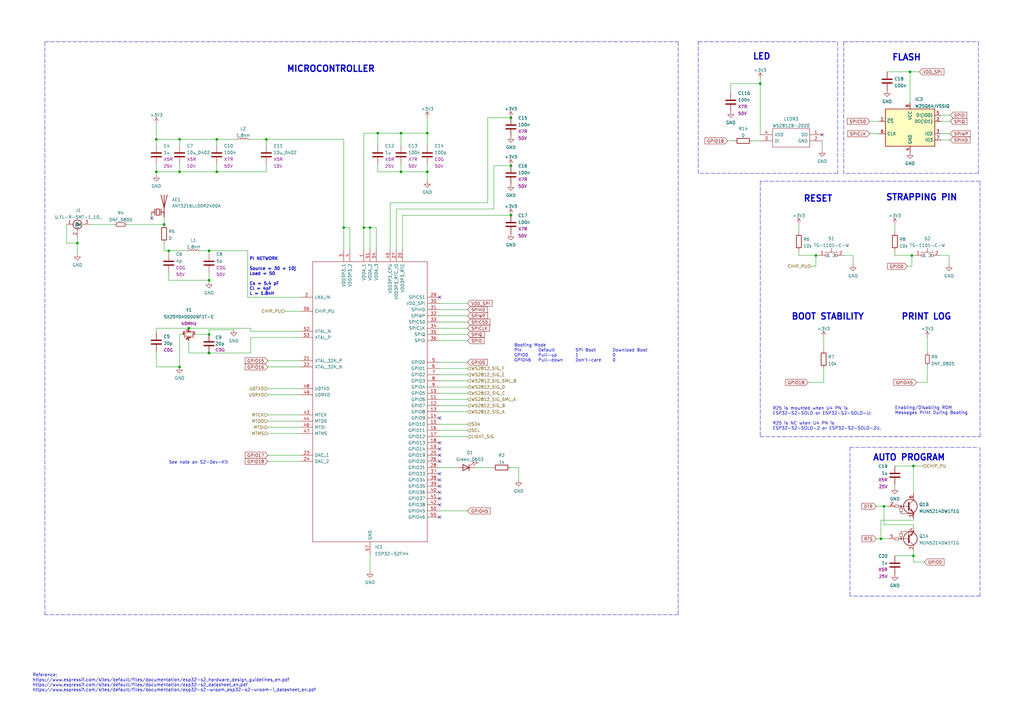
<source format=kicad_sch>
(kicad_sch (version 20211123) (generator eeschema)
  (paper "A3")
  (title_block (title "Masa") (date "2022-12-23") (rev "A"))
  (junction (at 311.785 34.29))
  (junction (at 209.55 67.945))
  (junction (at 209.55 88.265))
  (junction (at 73.66 70.485))
  (junction (at 140.97 93.345))
  (junction (at 149.225 93.345))
  (junction (at 73.66 57.15))
  (junction (at 64.135 70.485))
  (junction (at 85.725 144.78))
  (junction (at 88.9 70.485))
  (junction (at 209.55 48.26))
  (junction (at 175.26 70.485))
  (junction (at 164.465 54.61))
  (junction (at 67.31 92.075))
  (junction (at 374.65 191.135))
  (junction (at 362.585 207.645))
  (junction (at 88.9 57.15))
  (junction (at 31.75 99.695))
  (junction (at 373.253 29.464))
  (junction (at 374.015 104.775))
  (junction (at 77.47 134.62))
  (junction (at 151.765 93.345))
  (junction (at 69.215 102.87))
  (junction (at 175.26 54.61))
  (junction (at 109.22 57.15))
  (junction (at 73.66 150.495))
  (junction (at 164.465 70.485))
  (junction (at 85.725 137.16))
  (junction (at 361.315 220.98))
  (junction (at 64.135 57.15))
  (junction (at 374.65 227.965))
  (junction (at 154.94 54.61))
  (junction (at 85.725 102.87))
  (junction (at 334.645 104.775))
  (junction (at 85.725 114.935))
  (no_connect (at 180.34 121.92))
  (no_connect (at 180.34 194.31))
  (no_connect (at 180.34 196.85))
  (no_connect (at 180.34 199.39))
  (no_connect (at 180.34 201.93))
  (no_connect (at 180.34 204.47))
  (no_connect (at 180.34 207.01))
  (no_connect (at 180.34 212.09))
  (no_connect (at 62.23 89.535))
  (no_connect (at 337.185 55.245))
  (no_connect (at 180.34 171.45))
  (no_connect (at 180.34 181.61))
  (no_connect (at 180.34 184.15))
  (no_connect (at 180.34 186.69))
  (no_connect (at 180.34 189.23))
  (wire (pts (xy 64.135 70.485) (xy 64.135 71.755)))
  (wire (pts (xy 372.11 109.22) (xy 374.015 109.22)))
  (wire (pts (xy 373.253 29.464) (xy 377.063 29.464)))
  (wire (pts (xy 327.66 102.87) (xy 327.66 104.775)))
  (wire (pts (xy 140.97 93.345) (xy 140.97 102.235)))
  (wire (pts (xy 180.34 173.99) (xy 191.77 173.99)))
  (wire (pts (xy 143.51 93.345) (xy 140.97 93.345)))
  (wire (pts (xy 327.66 104.775) (xy 334.645 104.775)))
  (polyline (pts (xy 18.415 252.095) (xy 18.415 17.145)))
  (wire (pts (xy 356.743 49.784) (xy 360.553 49.784)))
  (wire (pts (xy 180.34 179.07) (xy 191.77 179.07)))
  (wire (pts (xy 367.03 102.87) (xy 367.03 104.775)))
  (wire (pts (xy 311.785 32.385) (xy 311.785 34.29)))
  (wire (pts (xy 151.765 227.33) (xy 151.765 234.315)))
  (wire (pts (xy 109.22 67.31) (xy 109.22 70.485)))
  (wire (pts (xy 362.585 215.265) (xy 362.585 207.645)))
  (wire (pts (xy 337.185 57.785) (xy 337.185 61.595)))
  (wire (pts (xy 389.255 104.775) (xy 389.255 108.585)))
  (wire (pts (xy 85.725 114.935) (xy 85.725 115.57)))
  (wire (pts (xy 200.025 48.26) (xy 209.55 48.26)))
  (wire (pts (xy 85.725 102.87) (xy 85.725 104.14)))
  (wire (pts (xy 327.66 92.075) (xy 327.66 95.25)))
  (wire (pts (xy 36.83 92.075) (xy 46.99 92.075)))
  (wire (pts (xy 175.26 70.485) (xy 175.26 74.295)))
  (wire (pts (xy 149.225 54.61) (xy 149.225 93.345)))
  (wire (pts (xy 180.34 132.08) (xy 191.77 132.08)))
  (wire (pts (xy 180.34 129.54) (xy 191.77 129.54)))
  (wire (pts (xy 337.82 138.43) (xy 337.82 143.51)))
  (wire (pts (xy 311.785 34.29) (xy 311.785 55.245)))
  (wire (pts (xy 151.765 93.345) (xy 151.765 102.235)))
  (wire (pts (xy 109.855 150.495) (xy 123.19 150.495)))
  (wire (pts (xy 180.34 153.67) (xy 191.77 153.67)))
  (wire (pts (xy 202.565 67.945) (xy 202.565 85.725)))
  (wire (pts (xy 52.07 92.075) (xy 67.31 92.075)))
  (wire (pts (xy 299.72 34.29) (xy 299.72 38.1)))
  (wire (pts (xy 151.765 93.345) (xy 149.225 93.345)))
  (polyline (pts (xy 401.955 244.475) (xy 348.615 244.475)))
  (wire (pts (xy 69.215 114.935) (xy 85.725 114.935)))
  (wire (pts (xy 385.953 47.244) (xy 389.763 47.244)))
  (wire (pts (xy 69.215 102.87) (xy 76.835 102.87)))
  (wire (pts (xy 162.56 85.725) (xy 202.565 85.725)))
  (wire (pts (xy 180.34 148.59) (xy 191.77 148.59)))
  (wire (pts (xy 85.725 111.76) (xy 85.725 114.935)))
  (wire (pts (xy 374.65 230.505) (xy 379.095 230.505)))
  (wire (pts (xy 334.645 104.775) (xy 335.915 104.775)))
  (wire (pts (xy 64.135 144.145) (xy 64.135 150.495)))
  (wire (pts (xy 101.6 121.92) (xy 123.19 121.92)))
  (wire (pts (xy 334.645 109.22) (xy 334.645 104.775)))
  (polyline (pts (xy 346.075 17.145) (xy 346.075 71.12)))
  (wire (pts (xy 180.34 156.21) (xy 191.77 156.21)))
  (polyline (pts (xy 346.075 17.145) (xy 401.32 17.145)))
  (wire (pts (xy 69.215 102.87) (xy 69.215 104.14)))
  (wire (pts (xy 116.84 127.635) (xy 123.19 127.635)))
  (wire (pts (xy 378.46 191.135) (xy 374.65 191.135)))
  (wire (pts (xy 73.66 70.485) (xy 64.135 70.485)))
  (wire (pts (xy 361.315 213.36) (xy 361.315 220.98)))
  (wire (pts (xy 85.725 135.255) (xy 85.725 137.16)))
  (wire (pts (xy 362.585 207.645) (xy 364.49 207.645)))
  (wire (pts (xy 374.65 213.36) (xy 361.315 213.36)))
  (polyline (pts (xy 401.955 179.07) (xy 401.955 74.295)))
  (wire (pts (xy 380.365 149.86) (xy 380.365 156.845)))
  (wire (pts (xy 180.34 168.91) (xy 191.77 168.91)))
  (wire (pts (xy 175.26 67.31) (xy 175.26 70.485)))
  (wire (pts (xy 180.34 139.7) (xy 191.77 139.7)))
  (wire (pts (xy 385.445 104.775) (xy 389.255 104.775)))
  (polyline (pts (xy 348.615 244.475) (xy 348.615 183.515)))
  (wire (pts (xy 73.66 137.16) (xy 73.66 150.495)))
  (wire (pts (xy 149.225 54.61) (xy 154.94 54.61)))
  (wire (pts (xy 164.465 70.485) (xy 154.94 70.485)))
  (polyline (pts (xy 278.13 17.145) (xy 278.13 252.095)))
  (wire (pts (xy 180.34 176.53) (xy 191.77 176.53)))
  (wire (pts (xy 109.22 57.15) (xy 109.22 59.69)))
  (wire (pts (xy 360.553 54.864) (xy 356.743 54.864)))
  (wire (pts (xy 109.855 175.26) (xy 123.19 175.26)))
  (wire (pts (xy 85.725 137.16) (xy 80.01 137.16)))
  (wire (pts (xy 102.87 135.89) (xy 102.87 134.62)))
  (wire (pts (xy 374.65 202.565) (xy 374.65 191.135)))
  (wire (pts (xy 164.465 54.61) (xy 175.26 54.61)))
  (wire (pts (xy 109.855 177.8) (xy 123.19 177.8)))
  (wire (pts (xy 143.51 102.235) (xy 143.51 93.345)))
  (wire (pts (xy 67.31 102.87) (xy 69.215 102.87)))
  (wire (pts (xy 27.305 99.695) (xy 31.75 99.695)))
  (polyline (pts (xy 311.785 74.295) (xy 311.785 179.07)))
  (wire (pts (xy 160.02 102.235) (xy 160.02 83.185)))
  (wire (pts (xy 109.855 189.23) (xy 123.19 189.23)))
  (wire (pts (xy 73.66 70.485) (xy 88.9 70.485)))
  (wire (pts (xy 64.135 67.31) (xy 64.135 70.485)))
  (wire (pts (xy 154.305 93.345) (xy 151.765 93.345)))
  (wire (pts (xy 88.9 70.485) (xy 109.22 70.485)))
  (wire (pts (xy 64.135 50.8) (xy 64.135 57.15)))
  (wire (pts (xy 88.9 57.15) (xy 88.9 59.69)))
  (wire (pts (xy 346.075 104.775) (xy 349.885 104.775)))
  (wire (pts (xy 81.915 102.87) (xy 85.725 102.87)))
  (wire (pts (xy 85.725 102.87) (xy 101.6 102.87)))
  (wire (pts (xy 31.75 97.155) (xy 31.75 99.695)))
  (wire (pts (xy 101.6 102.87) (xy 101.6 121.92)))
  (wire (pts (xy 88.9 57.15) (xy 97.155 57.15)))
  (wire (pts (xy 165.1 88.265) (xy 165.1 102.235)))
  (wire (pts (xy 154.94 54.61) (xy 164.465 54.61)))
  (polyline (pts (xy 401.32 71.12) (xy 346.075 71.12)))
  (wire (pts (xy 374.65 226.06) (xy 374.65 227.965)))
  (wire (pts (xy 109.855 159.385) (xy 123.19 159.385)))
  (wire (pts (xy 154.94 59.69) (xy 154.94 54.61)))
  (wire (pts (xy 77.47 134.62) (xy 64.135 134.62)))
  (wire (pts (xy 164.465 59.69) (xy 164.465 54.61)))
  (polyline (pts (xy 401.955 183.515) (xy 401.955 244.475)))
  (wire (pts (xy 77.47 139.7) (xy 77.47 144.78)))
  (wire (pts (xy 180.34 163.83) (xy 191.77 163.83)))
  (wire (pts (xy 299.72 34.29) (xy 311.785 34.29)))
  (wire (pts (xy 367.03 104.775) (xy 374.015 104.775)))
  (wire (pts (xy 140.97 93.345) (xy 140.97 57.15)))
  (wire (pts (xy 367.03 92.075) (xy 367.03 95.25)))
  (wire (pts (xy 77.47 144.78) (xy 85.725 144.78)))
  (wire (pts (xy 64.135 57.15) (xy 64.135 59.69)))
  (wire (pts (xy 162.56 102.235) (xy 162.56 85.725)))
  (wire (pts (xy 31.75 99.695) (xy 31.75 104.14)))
  (polyline (pts (xy 311.785 179.07) (xy 401.955 179.07)))
  (wire (pts (xy 164.465 67.31) (xy 164.465 70.485)))
  (wire (pts (xy 374.015 104.775) (xy 375.285 104.775)))
  (wire (pts (xy 180.34 166.37) (xy 191.77 166.37)))
  (wire (pts (xy 362.585 207.645) (xy 359.41 207.645)))
  (wire (pts (xy 73.66 57.15) (xy 88.9 57.15)))
  (wire (pts (xy 180.34 124.46) (xy 191.77 124.46)))
  (wire (pts (xy 123.19 135.89) (xy 102.87 135.89)))
  (wire (pts (xy 175.26 48.26) (xy 175.26 54.61)))
  (wire (pts (xy 374.65 212.725) (xy 374.65 213.36)))
  (wire (pts (xy 109.855 186.69) (xy 123.19 186.69)))
  (wire (pts (xy 180.34 158.75) (xy 191.77 158.75)))
  (wire (pts (xy 67.31 89.535) (xy 67.31 92.075)))
  (wire (pts (xy 85.725 144.78) (xy 102.87 144.78)))
  (wire (pts (xy 64.135 134.62) (xy 64.135 136.525)))
  (wire (pts (xy 361.315 220.98) (xy 359.41 220.98)))
  (wire (pts (xy 209.55 191.77) (xy 212.725 191.77)))
  (wire (pts (xy 180.34 191.77) (xy 187.325 191.77)))
  (wire (pts (xy 374.015 109.22) (xy 374.015 104.775)))
  (wire (pts (xy 140.97 57.15) (xy 109.22 57.15)))
  (wire (pts (xy 160.02 83.185) (xy 200.025 83.185)))
  (wire (pts (xy 374.65 215.265) (xy 362.585 215.265)))
  (wire (pts (xy 109.855 147.955) (xy 123.19 147.955)))
  (wire (pts (xy 308.61 57.785) (xy 311.785 57.785)))
  (wire (pts (xy 380.365 138.43) (xy 380.365 144.78)))
  (wire (pts (xy 385.953 57.404) (xy 389.763 57.404)))
  (wire (pts (xy 374.65 227.965) (xy 374.65 230.505)))
  (wire (pts (xy 180.34 151.13) (xy 191.77 151.13)))
  (wire (pts (xy 102.87 138.43) (xy 123.19 138.43)))
  (wire (pts (xy 88.9 67.31) (xy 88.9 70.485)))
  (polyline (pts (xy 18.415 17.145) (xy 278.13 17.145)))
  (wire (pts (xy 361.315 220.98) (xy 364.49 220.98)))
  (wire (pts (xy 180.34 137.16) (xy 191.77 137.16)))
  (polyline (pts (xy 348.615 183.515) (xy 401.32 183.515)))
  (wire (pts (xy 298.45 57.785) (xy 300.99 57.785)))
  (wire (pts (xy 349.885 104.775) (xy 349.885 108.585)))
  (wire (pts (xy 332.74 109.22) (xy 334.645 109.22)))
  (wire (pts (xy 180.34 127) (xy 191.77 127)))
  (polyline (pts (xy 343.535 17.145) (xy 343.535 71.12)))
  (wire (pts (xy 175.26 59.69) (xy 175.26 54.61)))
  (wire (pts (xy 363.855 29.464) (xy 373.253 29.464)))
  (wire (pts (xy 85.725 135.255) (xy 95.885 135.255)))
  (polyline (pts (xy 401.32 17.145) (xy 401.32 71.12)))
  (wire (pts (xy 367.03 227.965) (xy 374.65 227.965)))
  (wire (pts (xy 337.82 156.845) (xy 331.47 156.845)))
  (wire (pts (xy 27.305 92.075) (xy 27.305 99.695)))
  (wire (pts (xy 109.22 57.15) (xy 102.235 57.15)))
  (wire (pts (xy 180.34 134.62) (xy 191.77 134.62)))
  (wire (pts (xy 154.94 70.485) (xy 154.94 67.31)))
  (polyline (pts (xy 343.535 71.12) (xy 286.385 71.12)))
  (wire (pts (xy 109.855 161.925) (xy 123.19 161.925)))
  (wire (pts (xy 389.763 49.784) (xy 385.953 49.784)))
  (wire (pts (xy 367.03 198.755) (xy 367.03 200.025)))
  (wire (pts (xy 337.82 151.13) (xy 337.82 156.845)))
  (wire (pts (xy 175.26 70.485) (xy 164.465 70.485)))
  (polyline (pts (xy 401.955 74.295) (xy 311.785 74.295)))
  (wire (pts (xy 202.565 67.945) (xy 209.55 67.945)))
  (polyline (pts (xy 286.385 71.12) (xy 286.385 17.145)))
  (wire (pts (xy 102.87 144.78) (xy 102.87 138.43)))
  (wire (pts (xy 373.253 42.164) (xy 373.253 29.464)))
  (wire (pts (xy 374.65 191.135) (xy 367.03 191.135)))
  (wire (pts (xy 73.66 67.31) (xy 73.66 70.485)))
  (wire (pts (xy 149.225 93.345) (xy 149.225 102.235)))
  (wire (pts (xy 212.725 191.77) (xy 212.725 196.85)))
  (wire (pts (xy 180.34 161.29) (xy 191.77 161.29)))
  (wire (pts (xy 209.55 88.265) (xy 165.1 88.265)))
  (wire (pts (xy 73.66 59.69) (xy 73.66 57.15)))
  (wire (pts (xy 389.763 54.864) (xy 385.953 54.864)))
  (wire (pts (xy 380.365 156.845) (xy 375.92 156.845)))
  (wire (pts (xy 102.87 134.62) (xy 77.47 134.62)))
  (wire (pts (xy 194.945 191.77) (xy 201.93 191.77)))
  (wire (pts (xy 64.135 150.495) (xy 73.66 150.495)))
  (wire (pts (xy 64.135 57.15) (xy 73.66 57.15)))
  (polyline (pts (xy 278.13 252.095) (xy 18.415 252.095)))
  (wire (pts (xy 154.305 102.235) (xy 154.305 93.345)))
  (wire (pts (xy 69.215 111.76) (xy 69.215 114.935)))
  (wire (pts (xy 180.34 209.55) (xy 191.77 209.55)))
  (wire (pts (xy 73.66 137.16) (xy 74.93 137.16)))
  (wire (pts (xy 109.855 172.72) (xy 123.19 172.72)))
  (polyline (pts (xy 286.385 17.145) (xy 343.535 17.145)))
  (wire (pts (xy 67.31 99.695) (xy 67.31 102.87)))
  (wire (pts (xy 109.855 170.18) (xy 123.19 170.18)))
  (wire (pts (xy 374.65 215.9) (xy 374.65 215.265)))
  (wire (pts (xy 200.025 83.185) (xy 200.025 48.26)))
  (text "RESET" (at 329.438 83.058 0) (effects (font (size 2.54 2.54) (thickness 0.508) bold) (justify left bottom)))
  (text "BOOT STABILITY" (at 324.485 131.445 0) (effects (font (size 2.54 2.54) (thickness 0.508) bold) (justify left bottom)))
  (text "LED" (at 308.61 24.765 0) (effects (font (size 2.54 2.54) (thickness 0.508) bold) (justify left bottom)))
  (text "Reference;\nhttps://www.espressif.com/sites/default/files/documentation/esp32-s2_hardware_design_guidelines_en.pdf\nhttps://www.espressif.com/sites/default/files/documentation/esp32-s2_datasheet_en.pdf\nhttps://www.espressif.com/sites/default/files/documentation/esp32-s2-wroom_esp32-s2-wroom-i_datasheet_en.pdf" (at 13.335 283.845 0) (effects (font (size 1.27 1.27)) (justify left bottom)))
  (text "PRINT LOG" (at 369.57 131.445 0) (effects (font (size 2.54 2.54) (thickness 0.508) bold) (justify left bottom)))
  (text "MICROCONTROLLER" (at 117.475 29.845 0) (effects (font (size 2.54 2.54) (thickness 0.508) bold) (justify left bottom)))
  (text "PI NETWORK\n\nSource = 30 + 10j\nLoad = 50\n\nCs = 5.4 pF\nCl = 4pF\nL = 1.8nH" (at 102.235 121.285 0) (effects (font (size 1.27 1.27) (thickness 0.254) bold) (justify left bottom)))
  (text "Enabling/Disabling ROM \nMessages Print During Booting" (at 367.03 170.18 0) (effects (font (size 1.27 1.27)) (justify left bottom)))
  (text "STRAPPING PIN" (at 363.22 82.55 0) (effects (font (size 2.54 2.54) (thickness 0.508) bold) (justify left bottom)))
  (text "FLASH" (at 365.76 25.146 0) (effects (font (size 2.54 2.54) (thickness 0.508) bold) (justify left bottom)))
  (text "See note on S2-Dev-Kit" (at 69.215 190.5 0) (effects (font (size 1.27 1.27)) (justify left bottom)))
  (text "AUTO PROGRAM" (at 357.886 189.23 0) (effects (font (size 2.54 2.54) (thickness 0.508) bold) (justify left bottom)))
  (text "Booting Mode\nPin 	Default 	SPI Boot 	Download Boot\nGPIO0 	Pull-up 	1 			0\nGPIO46 	Pull-down 	Don't-care 	0" (at 210.82 148.59 0) (effects (font (size 1.27 1.27)) (justify left bottom)))
  (text "R25 is mounted when U4 PN is \nESP32-S2-SOLO or ESP32-S2-SOLO-U;\n\nR25 is NC when U4 PN is \nESP32-S2-SOLO-2 or ESP32-S2-SOLO-2U." (at 316.865 176.53 0) (effects (font (size 1.27 1.27)) (justify left bottom)))
  (global_label "SPID" (shape input) (at 191.77 139.7 0) (property "Intersheet References" "${INTERSHEET_REFS}" (effects hide)))
  (global_label "GPIO0" (shape input) (at 372.11 109.22 180) (property "Intersheet References" "${INTERSHEET_REFS}" (effects hide)))
  (global_label "VDD_SPI" (shape input) (at 377.063 29.464 0) (property "Intersheet References" "${INTERSHEET_REFS}" (effects hide)))
  (global_label "SPIHD" (shape input) (at 191.77 127 0) (property "Intersheet References" "${INTERSHEET_REFS}" (effects hide)))
  (global_label "GPIO17" (shape input) (at 109.855 186.69 180) (property "Intersheet References" "${INTERSHEET_REFS}" (effects hide)))
  (global_label "SPID" (shape input) (at 389.763 47.244 0) (property "Intersheet References" "${INTERSHEET_REFS}" (effects hide)))
  (global_label "SPIWP" (shape input) (at 389.763 54.864 0) (property "Intersheet References" "${INTERSHEET_REFS}" (effects hide)))
  (global_label "GPIO15" (shape input) (at 109.855 147.955 180) (property "Intersheet References" "${INTERSHEET_REFS}" (effects hide)))
  (global_label "RTS" (shape input) (at 359.41 220.98 180) (property "Intersheet References" "${INTERSHEET_REFS}" (effects hide)))
  (global_label "GPIO18" (shape input) (at 109.855 189.23 180) (property "Intersheet References" "${INTERSHEET_REFS}" (effects hide)))
  (global_label "SPIWP" (shape input) (at 191.77 129.54 0) (property "Intersheet References" "${INTERSHEET_REFS}" (effects hide)))
  (global_label "GPIO18" (shape input) (at 331.47 156.845 180) (property "Intersheet References" "${INTERSHEET_REFS}" (effects hide)))
  (global_label "GPIO45" (shape input) (at 375.92 156.845 180) (property "Intersheet References" "${INTERSHEET_REFS}" (effects hide)))
  (global_label "GPIO18" (shape input) (at 298.45 57.785 180) (property "Intersheet References" "${INTERSHEET_REFS}" (effects hide)))
  (global_label "GPIO45" (shape input) (at 191.77 209.55 0) (property "Intersheet References" "${INTERSHEET_REFS}" (effects hide)))
  (global_label "SPIQ" (shape input) (at 389.763 49.784 0) (property "Intersheet References" "${INTERSHEET_REFS}" (effects hide)))
  (global_label "GPIO0" (shape input) (at 191.77 148.59 0) (property "Intersheet References" "${INTERSHEET_REFS}" (effects hide)))
  (global_label "SPICLK" (shape input) (at 356.743 54.864 180) (property "Intersheet References" "${INTERSHEET_REFS}" (effects hide)))
  (global_label "GPIO16" (shape input) (at 109.855 150.495 180) (property "Intersheet References" "${INTERSHEET_REFS}" (effects hide)))
  (global_label "SPICLK" (shape input) (at 191.77 134.62 0) (property "Intersheet References" "${INTERSHEET_REFS}" (effects hide)))
  (global_label "SPICS0" (shape input) (at 356.743 49.784 180) (property "Intersheet References" "${INTERSHEET_REFS}" (effects hide)))
  (global_label "SPIHD" (shape input) (at 389.763 57.404 0) (property "Intersheet References" "${INTERSHEET_REFS}" (effects hide)))
  (global_label "SPIQ" (shape input) (at 191.77 137.16 0) (property "Intersheet References" "${INTERSHEET_REFS}" (effects hide)))
  (global_label "SPICS0" (shape input) (at 191.77 132.08 0) (property "Intersheet References" "${INTERSHEET_REFS}" (effects hide)))
  (global_label "GPIO0" (shape input) (at 379.095 230.505 0) (property "Intersheet References" "${INTERSHEET_REFS}" (effects hide)))
  (global_label "DTR" (shape input) (at 359.41 207.645 180) (property "Intersheet References" "${INTERSHEET_REFS}" (effects hide)))
  (global_label "VDD_SPI" (shape input) (at 191.77 124.46 0) (property "Intersheet References" "${INTERSHEET_REFS}" (effects hide)))
  (hierarchical_label "CHIP_PU" (shape input) (at 378.46 191.135 0))
  (hierarchical_label "MTMS" (shape input) (at 109.855 177.8 180))
  (hierarchical_label "U0TXD" (shape input) (at 109.855 159.385 180))
  (hierarchical_label "WS2812_SIG_SML_A" (shape input) (at 191.77 163.83 0))
  (hierarchical_label "CHIP_PU" (shape input) (at 116.84 127.635 180))
  (hierarchical_label "MTCK" (shape input) (at 109.855 170.18 180))
  (hierarchical_label "WS2812_SIG_A" (shape input) (at 191.77 168.91 0))
  (hierarchical_label "WS2812_SIG_D" (shape input) (at 191.77 158.75 0))
  (hierarchical_label "MTDI" (shape input) (at 109.855 175.26 180))
  (hierarchical_label "U0RXD" (shape input) (at 109.855 161.925 180))
  (hierarchical_label "SCL" (shape input) (at 191.77 176.53 0))
  (hierarchical_label "LIGHT_SIG" (shape input) (at 191.77 179.07 0))
  (hierarchical_label "MTDO" (shape input) (at 109.855 172.72 180))
  (hierarchical_label "WS2812_SIG_SML_B" (shape input) (at 191.77 156.21 0))
  (hierarchical_label "WS2812_SIG_B" (shape input) (at 191.77 166.37 0))
  (hierarchical_label "CHIP_PU" (shape input) (at 332.74 109.22 180))
  (hierarchical_label "SDA" (shape input) (at 191.77 173.99 0))
  (hierarchical_label "WS2812_SIG_E" (shape input) (at 191.77 153.67 0))
  (hierarchical_label "WS2812_SIG_C" (shape input) (at 191.77 161.29 0))
  (hierarchical_label "WS2812_SIG_F" (shape input) (at 191.77 151.13 0))
  (symbol (lib_id "power:GND") (at 367.03 235.585 0) (unit 1)
    (property "Reference" "#PWR0113" (effects hide))
    (property "Value" "GND" (at 367.03 240.1475 0))
  )
  (symbol (lib_id "power:+3V3") (at 175.26 48.26 0) (unit 1)
    (property "Reference" "#PWR0118" (effects hide))
    (property "Value" "+3V3" (at 175.26 44.6555 0))
  )
  (symbol (lib_id "power:GND") (at 299.72 45.72 0) (unit 1)
    (property "Reference" "#PWR0413" (effects hide))
    (property "Value" "GND" (at 299.72 50.2825 0))
  )
  (symbol (lib_id "Transistor_JLC:MUN5214DW1T1G") (at 373.38 220.98 0) (mirror x) (unit 1)
    (property "Reference" "Q1" (at 376.9614 219.8937 0) (effects (justify left)))
    (property "Value" "MUN5214DW1T1G" (at 376.9614 222.6688 0) (effects (justify left)))
    (property "Footprint" "Package_TO_SOT_SMD:SOT-363_SC-70-6" (effects hide))
    (property "Datasheet" "http://www.onsemi.com/pub/Collateral/DTC114ED-D.PDF" (effects hide))
    (property "LCSC" "C94403" (effects hide))
  )
  (symbol (lib_name "100n_1") (lib_id "Capacitor_JLC:100n") (at 88.9 63.5 0) (unit 1)
    (property "Reference" "C10" (at 91.821 59.8164 0) (effects (justify left)))
    (property "Value" "100n" (at 91.821 62.5915 0) (effects (justify left)))
    (property "Footprint" "Capacitor_SMD:C_0402_1005Metric" (effects hide))
    (property "Type" "X7R" (at 91.821 65.3666 0) (effects (justify left)))
    (property "LCSC" "C307331" (effects hide))
    (property "Voltage" "50V" (at 91.821 68.1417 0) (effects (justify left)))
  )
  (symbol (lib_id "Capacitor_JLC:1u") (at 367.03 231.775 0) (mirror y) (unit 1)
    (property "Reference" "C20" (at 364.109 228.0914 0) (effects (justify left)))
    (property "Value" "1u" (at 364.109 230.8665 0) (effects (justify left)))
    (property "Footprint" "Capacitor_SMD:C_0402_1005Metric" (effects hide))
    (property "Type" "X5R" (at 364.109 233.6416 0) (effects (justify left)))
    (property "LCSC" "C52923" (effects hide))
    (property "Voltage" "25V" (at 364.109 236.4167 0) (effects (justify left)))
  )
  (symbol (lib_id "power:GND") (at 175.26 74.295 0) (unit 1)
    (property "Reference" "#PWR0127" (effects hide))
    (property "Value" "GND" (at 175.26 78.8575 0))
  )
  (symbol (lib_id "RF_JLC:ANT3216LL00R2400A") (at 64.77 86.995 0) (unit 1)
    (property "Reference" "AE1" (at 70.485 81.915 0) (effects (justify left)))
    (property "Value" "ANT3216LL00R2400A" (at 70.485 84.455 0) (effects (justify left)))
    (property "Footprint" "Resistor_SMD:R_1206_3216Metric_Pad1.30x1.75mm_HandSolder" (effects hide))
    (property "Datasheet" "https://datasheet.lcsc.com/lcsc/1810241140_YAGEO-ANT3216LL00R2400A_C293767.pdf" (effects hide))
    (property "Part No" "ANT3216LL00R2400A" (effects hide))
    (property "LCSC" "C293767" (effects hide))
  )
  (symbol (lib_id "power:+3V3") (at 209.55 67.945 0) (unit 1)
    (property "Reference" "#PWR0117" (effects hide))
    (property "Value" "+3V3" (at 209.55 64.3405 0))
  )
  (symbol (lib_id "Inductor_JLC:1.8nH") (at 99.695 57.15 90) (unit 1)
    (property "Reference" "L2" (at 99.695 52.8025 90))
    (property "Value" "1.8nH" (at 99.695 55.5776 90))
    (property "Footprint" "Inductor_SMD:L_0402_1005Metric" (effects hide))
  )
  (symbol (lib_id "Resistor_JLC:0") (at 304.8 57.785 90) (unit 1)
    (property "Reference" "R14" (at 304.8 52.8025 90))
    (property "Value" "0" (at 304.8 55.5776 90))
    (property "Footprint" "Resistor_SMD:R_0805_2012Metric_Pad1.20x1.40mm_HandSolder" (effects hide))
    (property "LCSC" "C17477" (effects hide))
  )
  (symbol (lib_name "100n_2") (lib_id "Capacitor_JLC:100n") (at 164.465 63.5 0) (unit 1)
    (property "Reference" "C13" (at 167.386 59.8164 0) (effects (justify left)))
    (property "Value" "100n" (at 167.386 62.5915 0) (effects (justify left)))
    (property "Footprint" "Capacitor_SMD:C_0402_1005Metric" (effects hide))
    (property "Type" "X7R" (at 167.386 65.3666 0) (effects (justify left)))
    (property "LCSC" "C307331" (effects hide))
    (property "Voltage" "50V" (at 167.386 68.1417 0) (effects (justify left)))
  )
  (symbol (lib_id "power:GND") (at 373.253 62.484 0) (unit 1)
    (property "Reference" "#PWR0106" (effects hide))
    (property "Value" "GND" (at 373.253 67.0465 0))
  )
  (symbol (lib_id "power:GND") (at 209.55 75.565 0) (unit 1)
    (property "Reference" "#PWR0126" (effects hide))
    (property "Value" "GND" (at 209.55 80.1275 0))
  )
  (symbol (lib_id "power:+3V3") (at 327.66 92.075 0) (unit 1)
    (property "Reference" "#PWR0112" (effects hide))
    (property "Value" "+3V3" (at 327.66 88.4705 0))
  )
  (symbol (lib_id "power:GND") (at 64.135 71.755 0) (unit 1)
    (property "Reference" "#PWR0122" (effects hide))
    (property "Value" "GND" (at 64.135 76.3175 0))
  )
  (symbol (lib_id "Connector_JLC:U.FL-R-SMT-1_10_") (at 36.83 92.075 0) (mirror y) (unit 1)
    (property "Reference" "J1" (at 32.0674 86.2819 0))
    (property "Value" "U.FL-R-SMT-1_10_" (at 32.0674 89.057 0))
    (property "Footprint" "SamacSys_Parts:U.FL-R-SMT-1_10_" (effects hide))
    (property "Datasheet" "https://www.hirose.com/product/document?clcode=CL0331-0472-2-10&productname=U.FL-R-SMT-1(10)&series=U.FL&documenttype=2DDrawing&lang=en&documentid=0000940684" (effects hide))
    (property "Description" "UFL SMT PCB receptable,DC-6GHz Hirose Straight 50 Surface Mount UFL Connector, Receptacle, Solder Termination Coaxial" (effects hide))
    (property "Manufacturer_Name" "Hirose" (effects hide))
    (property "Manufacturer_Part_Number" "U.FL-R-SMT-1(10)" (effects hide))
    (property "Mouser Part Number" "798-U.FL-R-SMT-110" (effects hide))
    (property "Mouser Price/Stock" "https://www.mouser.co.uk/ProductDetail/Hirose-Connector/U.FL-R-SMT-110?qs=kL1ClTr6oBoOdtqlGQpQrQ%3D%3D" (effects hide))
    (property "Arrow Part Number" "U.FL-R-SMT-1(10)" (effects hide))
    (property "Arrow Price/Stock" "https://www.arrow.com/en/products/u.fl-r-smt-1-10/hirose-electric" (effects hide))
    (property "LCSC" "C88373" (effects hide))
  )
  (symbol (lib_id "Capacitor_JLC:4p") (at 69.215 107.95 0) (unit 1)
    (property "Reference" "C6" (at 72.136 104.2664 0) (effects (justify left)))
    (property "Value" "4p" (at 72.136 107.0415 0) (effects (justify left)))
    (property "Footprint" "Capacitor_SMD:C_0402_1005Metric" (effects hide))
    (property "Type" "C0G" (at 72.136 109.8166 0) (effects (justify left)))
    (property "LCSC" "C311704" (effects hide))
    (property "Voltage" "50V" (at 72.136 112.5917 0) (effects (justify left)))
    (property "MPN" "UMK105CG040BV" (effects hide))
  )
  (symbol (lib_id "Capacitor_JLC:1u") (at 64.135 63.5 0) (unit 1)
    (property "Reference" "C4" (at 67.056 59.8164 0) (effects (justify left)))
    (property "Value" "1u" (at 67.056 62.5915 0) (effects (justify left)))
    (property "Footprint" "Capacitor_SMD:C_0402_1005Metric" (effects hide))
    (property "Type" "X5R" (at 67.056 65.3666 0) (effects (justify left)))
    (property "LCSC" "C52923" (effects hide))
    (property "Voltage" "25V" (at 67.056 68.1417 0) (effects (justify left)))
  )
  (symbol (lib_id "Capacitor_JLC:100n") (at 363.855 33.274 0) (unit 1)
    (property "Reference" "C18" (at 366.776 32.3655 0) (effects (justify left)))
    (property "Value" "100n" (at 366.776 35.1406 0) (effects (justify left)))
    (property "Footprint" "Capacitor_SMD:C_0402_1005Metric" (effects hide))
    (property "Type" "X7R" (effects hide))
    (property "LCSC" "C307331" (effects hide))
  )
  (symbol (lib_id "power:GND") (at 209.55 95.885 0) (unit 1)
    (property "Reference" "#PWR0125" (effects hide))
    (property "Value" "GND" (at 209.55 100.4475 0))
  )
  (symbol (lib_id "Resistor_JLC:0") (at 67.31 95.885 180) (unit 1)
    (property "Reference" "R5" (at 69.088 94.9765 0) (effects (justify right)))
    (property "Value" "0" (at 69.088 97.7516 0) (effects (justify right)))
    (property "Footprint" "Resistor_SMD:R_0805_2012Metric_Pad1.20x1.40mm_HandSolder" (effects hide))
    (property "LCSC" "C17477" (effects hide))
  )
  (symbol (lib_id "Transistor_JLC:MUN5214DW1T1G") (at 373.38 207.645 0) (unit 2)
    (property "Reference" "Q1" (at 376.9614 206.9143 0) (effects (justify left)))
    (property "Value" "MUN5214DW1T1G" (at 376.9614 209.6894 0) (effects (justify left)))
    (property "Footprint" "Package_TO_SOT_SMD:SOT-363_SC-70-6" (effects hide))
    (property "Datasheet" "http://www.onsemi.com/pub/Collateral/DTC114ED-D.PDF" (effects hide))
    (property "LCSC" "C94403" (effects hide))
  )
  (symbol (lib_id "power:GND") (at 95.885 135.255 0) (unit 1)
    (property "Reference" "#PWR0120" (effects hide))
    (property "Value" "GND" (at 95.885 139.8175 0))
  )
  (symbol (lib_id "power:+3V3") (at 209.55 48.26 0) (unit 1)
    (property "Reference" "#PWR0115" (effects hide))
    (property "Value" "+3V3" (at 209.55 44.6555 0))
  )
  (symbol (lib_id "Capacitor_JLC:20p") (at 85.725 140.97 0) (unit 1)
    (property "Reference" "C9" (at 88.265 138.43 0) (effects (justify left)))
    (property "Value" "20p" (at 88.265 140.97 0) (effects (justify left)))
    (property "Footprint" "Capacitor_SMD:C_0402_1005Metric" (effects hide))
    (property "Type" "C0G" (at 88.265 143.51 0) (effects (justify left)))
    (property "LCSC" "C1554" (effects hide))
    (property "Rating" "50V" (effects hide))
  )
  (symbol (lib_id "power:GND") (at 151.765 234.315 0) (unit 1)
    (property "Reference" "#PWR0399" (effects hide))
    (property "Value" "GND" (at 151.765 238.8775 0))
  )
  (symbol (lib_id "Resistor_JLC:10k") (at 367.03 99.06 0) (unit 1)
    (property "Reference" "R8" (at 368.808 98.1515 0) (effects (justify left)))
    (property "Value" "10k" (at 368.808 100.9266 0) (effects (justify left)))
    (property "Footprint" "Resistor_SMD:R_0402_1005Metric" (effects hide))
    (property "LCSC" "C25744" (effects hide))
  )
  (symbol (lib_id "power:GND") (at 337.185 61.595 0) (unit 1)
    (property "Reference" "#PWR0414" (effects hide))
    (property "Value" "GND" (at 337.185 66.1575 0))
  )
  (symbol (lib_id "Capacitor_JLC:10u_0402") (at 109.22 63.5 0) (unit 1)
    (property "Reference" "C11" (at 112.141 59.8164 0) (effects (justify left)))
    (property "Value" "10u_0402" (at 112.141 62.5915 0) (effects (justify left)))
    (property "Footprint" "Capacitor_SMD:C_0402_1005Metric" (effects hide))
    (property "Type" "X5R" (at 112.141 65.3666 0) (effects (justify left)))
    (property "LCSC" "C315248" (effects hide))
    (property "Voltage" "10V" (at 112.141 68.1417 0) (effects (justify left)))
  )
  (symbol (lib_id "power:+3V3") (at 380.365 138.43 0) (unit 1)
    (property "Reference" "#PWR0111" (effects hide))
    (property "Value" "+3V3" (at 380.365 134.8255 0))
  )
  (symbol (lib_id "Capacitor_JLC:5p") (at 85.725 107.95 0) (unit 1)
    (property "Reference" "C8" (at 88.646 104.2664 0) (effects (justify left)))
    (property "Value" "5p" (at 88.646 107.0415 0) (effects (justify left)))
    (property "Footprint" "Capacitor_SMD:C_0402_1005Metric" (effects hide))
    (property "Type" "C0G" (at 88.646 109.8166 0) (effects (justify left)))
    (property "LCSC" "C1573" (effects hide))
    (property "Voltage" "50V" (at 88.646 112.5917 0) (effects (justify left)))
    (property "MPN" "0402CG5R0C500NT" (effects hide))
  )
  (symbol (lib_id "power:+3V3") (at 367.03 92.075 0) (unit 1)
    (property "Reference" "#PWR0108" (effects hide))
    (property "Value" "+3V3" (at 367.03 88.4705 0))
  )
  (symbol (lib_name "100n_3") (lib_id "Capacitor_JLC:100n") (at 209.55 92.075 0) (unit 1)
    (property "Reference" "C17" (at 212.471 88.3914 0) (effects (justify left)))
    (property "Value" "100n" (at 212.471 91.1665 0) (effects (justify left)))
    (property "Footprint" "Capacitor_SMD:C_0402_1005Metric" (effects hide))
    (property "Type" "X7R" (at 212.471 93.9416 0) (effects (justify left)))
    (property "LCSC" "C307331" (effects hide))
    (property "Voltage" "50V" (at 212.471 96.7167 0) (effects (justify left)))
  )
  (symbol (lib_id "power:GND") (at 31.75 104.14 0) (unit 1)
    (property "Reference" "#PWR0412" (effects hide))
    (property "Value" "GND" (at 31.75 108.7025 0))
  )
  (symbol (lib_name "100n_4") (lib_id "Capacitor_JLC:100n") (at 299.72 41.91 0) (unit 1)
    (property "Reference" "C116" (at 302.641 38.2264 0) (effects (justify left)))
    (property "Value" "100n" (at 302.641 41.0015 0) (effects (justify left)))
    (property "Footprint" "Capacitor_SMD:C_0402_1005Metric" (effects hide))
    (property "Type" "X7R" (at 302.641 43.7766 0) (effects (justify left)))
    (property "LCSC" "C307331" (effects hide))
    (property "Voltage" "50V" (at 302.641 46.5517 0) (effects (justify left)))
  )
  (symbol (lib_id "power:GND") (at 73.66 150.495 0) (unit 1)
    (property "Reference" "#PWR0121" (effects hide))
    (property "Value" "GND" (at 73.66 155.0575 0))
  )
  (symbol (lib_id "Capacitor_JLC:1u") (at 367.03 194.945 0) (mirror y) (unit 1)
    (property "Reference" "C19" (at 364.109 191.2614 0) (effects (justify left)))
    (property "Value" "1u" (at 364.109 194.0365 0) (effects (justify left)))
    (property "Footprint" "Capacitor_SMD:C_0402_1005Metric" (effects hide))
    (property "Type" "X5R" (at 364.109 196.8116 0) (effects (justify left)))
    (property "LCSC" "C52923" (effects hide))
    (property "Voltage" "25V" (at 364.109 199.5867 0) (effects (justify left)))
  )
  (symbol (lib_id "personal:DNF_0805") (at 49.53 92.075 90) (unit 1)
    (property "Reference" "R4" (at 49.53 87.3719 90))
    (property "Value" "DNF_0805" (at 49.53 90.147 90))
    (property "Footprint" "Resistor_SMD:R_0805_2012Metric_Pad1.20x1.40mm_HandSolder" (effects hide))
  )
  (symbol (lib_id "Capacitor_JLC:1u") (at 154.94 63.5 0) (unit 1)
    (property "Reference" "C12" (at 157.861 59.8164 0) (effects (justify left)))
    (property "Value" "1u" (at 157.861 62.5915 0) (effects (justify left)))
    (property "Footprint" "Capacitor_SMD:C_0402_1005Metric" (effects hide))
    (property "Type" "X5R" (at 157.861 65.3666 0) (effects (justify left)))
    (property "LCSC" "C52923" (effects hide))
    (property "Voltage" "25V" (at 157.861 68.1417 0) (effects (justify left)))
  )
  (symbol (lib_id "power:+3V3") (at 209.55 88.265 0) (unit 1)
    (property "Reference" "#PWR0124" (effects hide))
    (property "Value" "+3V3" (at 209.55 84.6605 0))
  )
  (symbol (lib_id "Capacitor_JLC:100p") (at 175.26 63.5 0) (unit 1)
    (property "Reference" "C14" (at 178.181 59.8164 0) (effects (justify left)))
    (property "Value" "100p" (at 178.181 62.5915 0) (effects (justify left)))
    (property "Footprint" "Capacitor_SMD:C_0402_1005Metric" (effects hide))
    (property "Type" "C0G" (at 178.181 65.3666 0) (effects (justify left)))
    (property "LCSC" "C1546" (effects hide))
    (property "Voltage" "50V" (at 178.181 68.1417 0) (effects (justify left)))
  )
  (symbol (lib_name "100n_3") (lib_id "Capacitor_JLC:100n") (at 209.55 71.755 0) (unit 1)
    (property "Reference" "C16" (at 212.471 68.0714 0) (effects (justify left)))
    (property "Value" "100n" (at 212.471 70.8465 0) (effects (justify left)))
    (property "Footprint" "Capacitor_SMD:C_0402_1005Metric" (effects hide))
    (property "Type" "X7R" (at 212.471 73.6216 0) (effects (justify left)))
    (property "LCSC" "C307331" (effects hide))
    (property "Voltage" "50V" (at 212.471 76.3967 0) (effects (justify left)))
  )
  (symbol (lib_id "Button_JLC:TS-1101-C-W") (at 332.105 106.68 0) (unit 1)
    (property "Reference" "S1" (at 340.995 97.8875 0))
    (property "Value" "TS-1101-C-W" (at 340.995 100.6626 0))
    (property "Footprint" "TS1101CW" (effects hide))
    (property "Datasheet" "http://www.helloxkb.com/public/images/pdf/TS-1101-C-W-.pdf" (effects hide))
    (property "Description" "Tactile Switches SPST 6.00mm x 3.60mm 0.60mm 50mA @ 12VDC SMD RoHS" (effects hide))
    (property "Height" "2.6" (effects hide))
    (property "Manufacturer_Name" "XKB Connectivity" (effects hide))
    (property "Manufacturer_Part_Number" "TS-1101-C-W" (effects hide))
    (property "LCSC" "C318938" (effects hide))
  )
  (symbol (lib_id "Button_JLC:TS-1101-C-W") (at 371.475 106.68 0) (unit 1)
    (property "Reference" "S2" (at 380.365 97.8875 0))
    (property "Value" "TS-1101-C-W" (at 380.365 100.6626 0))
    (property "Footprint" "TS1101CW" (effects hide))
    (property "Datasheet" "http://www.helloxkb.com/public/images/pdf/TS-1101-C-W-.pdf" (effects hide))
    (property "Description" "Tactile Switches SPST 6.00mm x 3.60mm 0.60mm 50mA @ 12VDC SMD RoHS" (effects hide))
    (property "Height" "2.6" (effects hide))
    (property "Manufacturer_Name" "XKB Connectivity" (effects hide))
    (property "Manufacturer_Part_Number" "TS-1101-C-W" (effects hide))
    (property "LCSC" "C318938" (effects hide))
  )
  (symbol (lib_id "power:GND") (at 389.255 108.585 0) (unit 1)
    (property "Reference" "#PWR0107" (effects hide))
    (property "Value" "GND" (at 389.255 113.1475 0))
  )
  (symbol (lib_id "power:GND") (at 85.725 115.57 0) (unit 1)
    (property "Reference" "#PWR0119" (effects hide))
    (property "Value" "GND" (at 85.725 120.1325 0))
  )
  (symbol (lib_id "Misc_JLC:SX25Y040000BF1T-C") (at 77.47 137.16 270) (unit 1)
    (property "Reference" "Y1" (at 77.47 127.1648 90))
    (property "Value" "SX25Y040000BF1T-C" (at 77.47 129.9399 90))
    (property "Footprint" "Crystal:Crystal_SMD_2520-4Pin_2.5x2.0mm" (effects hide))
    (property "Datasheet" "https://datasheet.lcsc.com/lcsc/1810170919_TKD-SX25Y040000BF1T-C_C271649.pdf" (effects hide))
    (property "Frequency" "40MHz" (at 77.47 132.715 90))
    (property "LCSC" "C271649" (effects hide))
  )
  (symbol (lib_id "power:GND") (at 212.725 196.85 0) (unit 1)
    (property "Reference" "#PWR0429" (effects hide))
    (property "Value" "GND" (at 212.725 201.4125 0))
  )
  (symbol (lib_id "Resistor_JLC:10k") (at 337.82 147.32 0) (unit 1)
    (property "Reference" "R7" (at 339.598 146.4115 0) (effects (justify left)))
    (property "Value" "10k" (at 339.598 149.1866 0) (effects (justify left)))
    (property "Footprint" "Resistor_SMD:R_0402_1005Metric" (effects hide))
    (property "LCSC" "C25744" (effects hide))
  )
  (symbol (lib_id "Diode_JLC:WS2812B-2020") (at 311.785 55.245 0) (unit 1)
    (property "Reference" "LED93" (at 324.485 48.7893 0))
    (property "Value" "WS2812B-2020" (at 324.485 51.5644 0))
    (property "Footprint" "WS2812B2020" (effects hide))
    (property "Datasheet" "https://www.alldatasheet.com/datasheet-pdf/pdf/1134522/WORLDSEMI/WS2812B-2020.html" (effects hide))
    (property "Description" "LED; SMD; 2020; RGB; 2x2x0.84mm; 3.75.3V; Lens: transparent; 2kHz" (effects hide))
    (property "Height" "0.84" (effects hide))
    (property "Manufacturer_Name" "Worldsemi" (effects hide))
    (property "Manufacturer_Part_Number" "WS2812B-2020" (effects hide))
    (property "LCSC" "C965555" (effects hide))
  )
  (symbol (lib_id "power:GND") (at 349.885 108.585 0) (unit 1)
    (property "Reference" "#PWR0109" (effects hide))
    (property "Value" "GND" (at 349.885 113.1475 0))
  )
  (symbol (lib_id "power:+3V3") (at 64.135 50.8 0) (unit 1)
    (property "Reference" "#PWR0123" (effects hide))
    (property "Value" "+3V3" (at 64.135 47.1955 0))
  )
  (symbol (lib_id "Inductor_JLC:1.8nH") (at 79.375 102.87 90) (unit 1)
    (property "Reference" "L1" (at 79.375 98.5225 90))
    (property "Value" "1.8nH" (at 79.375 101.2976 90))
    (property "Footprint" "Inductor_SMD:L_0402_1005Metric" (effects hide))
  )
  (symbol (lib_id "power:GND") (at 363.855 37.084 0) (unit 1)
    (property "Reference" "#PWR0105" (effects hide))
    (property "Value" "GND" (at 363.855 41.6465 0))
  )
  (symbol (lib_id "power:+3V3") (at 337.82 138.43 0) (unit 1)
    (property "Reference" "#PWR0110" (effects hide))
    (property "Value" "+3V3" (at 337.82 134.8255 0))
  )
  (symbol (lib_id "Flash_JLC:W25Q64JVSSIQ") (at 363.093 44.704 0) (unit 1)
    (property "Reference" "IC3" (at 375.2724 40.7375 0) (effects (justify left)))
    (property "Value" "W25Q64JVSSIQ" (at 375.2724 43.5126 0) (effects (justify left)))
    (property "Footprint" "SOIC127P790X216-8N" (effects hide))
    (property "Datasheet" "http://www.winbond.com/resource-files/w25q64jv%20revj%2003272018%20plus.pdf" (effects hide))
    (property "Description" "Winbond W25Q64JVSSIQ, Quad-SPI NOR 64Mbit Flash Memory Chip, 8-Pin SOIC" (effects hide))
    (property "Height" "2.16" (effects hide))
    (property "Manufacturer_Name" "Winbond" (effects hide))
    (property "Manufacturer_Part_Number" "W25Q64JVSSIQ" (effects hide))
    (property "Mouser Part Number" "454-W25Q64JVSSIQ" (effects hide))
    (property "Mouser Price/Stock" "https://www.mouser.co.uk/ProductDetail/Winbond/W25Q64JVSSIQ?qs=qSfuJ%252Bfl%2Fd4DecxlHDmB8w%3D%3D" (effects hide))
    (property "Arrow Part Number" "W25Q64JVSSIQ" (effects hide))
    (property "Arrow Price/Stock" "https://www.arrow.com/en/products/w25q64jvssiq/winbond-electronics?region=nac" (effects hide))
    (property "LCSC" "C83140" (effects hide))
  )
  (symbol (lib_name "100n_3") (lib_id "Capacitor_JLC:100n") (at 209.55 52.07 0) (unit 1)
    (property "Reference" "C15" (at 212.471 48.3864 0) (effects (justify left)))
    (property "Value" "100n" (at 212.471 51.1615 0) (effects (justify left)))
    (property "Footprint" "Capacitor_SMD:C_0402_1005Metric" (effects hide))
    (property "Type" "X7R" (at 212.471 53.9366 0) (effects (justify left)))
    (property "LCSC" "C307331" (effects hide))
    (property "Voltage" "50V" (at 212.471 56.7117 0) (effects (justify left)))
  )
  (symbol (lib_id "Resistor_JLC:1k") (at 205.74 191.77 90) (unit 1)
    (property "Reference" "R2" (at 205.74 186.7875 90))
    (property "Value" "1k" (at 205.74 189.5626 90))
    (property "Footprint" "Resistor_SMD:R_0402_1005Metric" (effects hide))
    (property "LCSC" "C11702" (effects hide))
  )
  (symbol (lib_id "power:GND") (at 367.03 200.025 0) (mirror y) (unit 1)
    (property "Reference" "#PWR0114" (effects hide))
    (property "Value" "GND" (at 367.03 204.5875 0))
  )
  (symbol (lib_id "personal:DNF_0805") (at 380.365 147.32 0) (unit 1)
    (property "Reference" "R9" (at 381.8636 146.4115 0) (effects (justify left)))
    (property "Value" "DNF_0805" (at 381.8636 149.1866 0) (effects (justify left)))
    (property "Footprint" "Resistor_SMD:R_0805_2012Metric_Pad1.20x1.40mm_HandSolder" (effects hide))
  )
  (symbol (lib_id "Capacitor_JLC:20p") (at 64.135 140.335 0) (unit 1)
    (property "Reference" "C5" (at 67.056 138.0389 0) (effects (justify left)))
    (property "Value" "20p" (at 67.056 140.814 0) (effects (justify left)))
    (property "Footprint" "Capacitor_SMD:C_0402_1005Metric" (effects hide))
    (property "Type" "C0G" (at 67.056 143.5891 0) (effects (justify left)))
    (property "LCSC" "C1554" (effects hide))
    (property "Rating" "50V" (effects hide))
  )
  (symbol (lib_id "Diode_JLC:Green_0603") (at 191.135 191.77 180) (unit 1)
    (property "Reference" "D1" (at 192.7225 185.6445 0))
    (property "Value" "Green_0603" (at 192.7225 188.4196 0))
    (property "Footprint" "LED_SMD:LED_0603_1608Metric" (effects hide))
    (property "Datasheet" "https://datasheet.lcsc.com/lcsc/1811101510_Everlight-Elec-19-217-GHC-YR1S2-3T_C72043.pdf" (effects hide))
    (property "LCSC" "C72043" (effects hide))
  )
  (symbol (lib_id "MCU_JLC:ESP32-S2FH4") (at 151.765 121.92 0) (unit 1)
    (property "Reference" "IC1" (at 153.7844 224.3487 0) (effects (justify left)))
    (property "Value" "ESP32-S2FH4" (at 153.7844 227.1238 0) (effects (justify left)))
    (property "Footprint" "QFN40P700X700X90-57N-D" (effects hide))
    (property "Datasheet" "https://www.mouser.com/datasheet/2/891/esp32_s2_datasheet_en-1773066.pdf" (effects hide))
    (property "Description" "ESP32-S2FH4" (effects hide))
    (property "Height" "0.9" (effects hide))
    (property "Manufacturer_Name" "Espressif Systems" (effects hide))
    (property "Manufacturer_Part_Number" "ESP32-S2FH4" (effects hide))
    (property "Mouser Part Number" "356-ESP32-S2FH4" (effects hide))
    (property "Mouser Price/Stock" "https://www.mouser.co.uk/ProductDetail/Espressif-Systems/ESP32-S2FH4?qs=DPoM0jnrROVef2vYCoSa1w%3D%3D" (effects hide))
    (property "LCSC" "C2840995" (effects hide))
  )
  (symbol (lib_id "power:GND") (at 209.55 55.88 0) (unit 1)
    (property "Reference" "#PWR0116" (effects hide))
    (property "Value" "GND" (at 209.55 60.4425 0))
  )
  (symbol (lib_id "power:+3V3") (at 311.785 32.385 0) (unit 1)
    (property "Reference" "#PWR0415" (effects hide))
    (property "Value" "+3V3" (at 311.785 28.7805 0))
  )
  (symbol (lib_id "Capacitor_JLC:10u_0402") (at 73.66 63.5 0) (unit 1)
    (property "Reference" "C7" (at 76.581 59.8164 0) (effects (justify left)))
    (property "Value" "10u_0402" (at 76.581 62.5915 0) (effects (justify left)))
    (property "Footprint" "Capacitor_SMD:C_0402_1005Metric" (effects hide))
    (property "Type" "X5R" (at 76.581 65.3666 0) (effects (justify left)))
    (property "LCSC" "C315248" (effects hide))
    (property "Voltage" "10V" (at 76.581 68.1417 0) (effects (justify left)))
  )
  (symbol (lib_id "Resistor_JLC:10k") (at 327.66 99.06 0) (unit 1)
    (property "Reference" "R6" (at 329.438 98.1515 0) (effects (justify left)))
    (property "Value" "10k" (at 329.438 100.9266 0) (effects (justify left)))
    (property "Footprint" "Resistor_SMD:R_0402_1005Metric" (effects hide))
    (property "LCSC" "C25744" (effects hide))
  )
)
</source>
